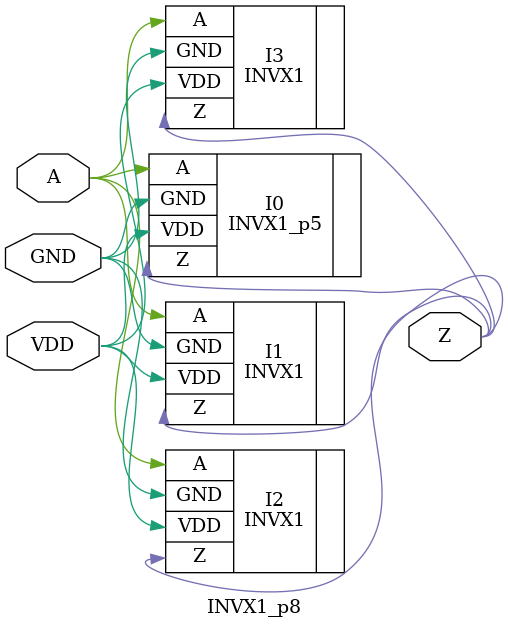
<source format=v>

module INVX1_p8 (
A,VDD,GND,Z );
input  A;
input  VDD;
input  GND;
output  Z;
wire VDD;
wire Z;
wire A;
wire GND;

INVX1_p5    
 I0  ( .VDD( VDD ), .Z( Z ), .A( A ), .GND( GND ) );

INVX1    
 I3  ( .VDD( VDD ), .Z( Z ), .A( A ), .GND( GND ) );

INVX1    
 I2  ( .VDD( VDD ), .Z( Z ), .A( A ), .GND( GND ) );

INVX1    
 I1  ( .VDD( VDD ), .Z( Z ), .A( A ), .GND( GND ) );

endmodule


</source>
